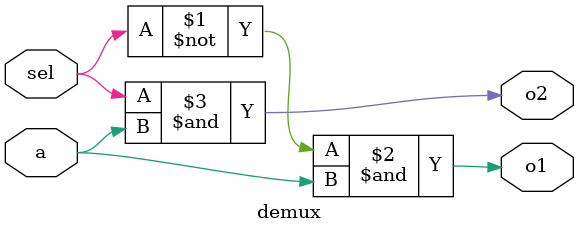
<source format=v>
module demux(
	input a, sel,
	output o1, o2);
assign o1 = ~sel & a;
assign o2 = sel & a;
endmodule
</source>
